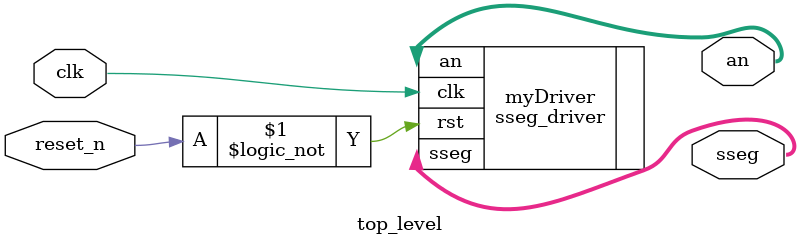
<source format=sv>
`timescale 1ns / 1ps

module top_level ( 
    input logic clk, 
    input logic reset_n, 
    output logic [7:0] an, 
    output logic [7:0] sseg
    );

    sseg_driver myDriver( 
        .clk(clk),
        .rst(!reset_n), 
        .an(an), 
        .sseg(sseg)
        );  
    
    
endmodule 
</source>
